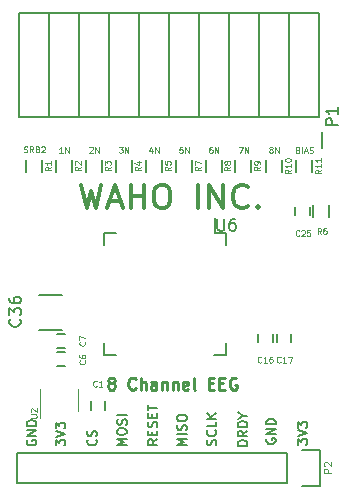
<source format=gbr>
G04 #@! TF.FileFunction,Legend,Top*
%FSLAX46Y46*%
G04 Gerber Fmt 4.6, Leading zero omitted, Abs format (unit mm)*
G04 Created by KiCad (PCBNEW 4.0.4-stable) date Wednesday, May 10, 2017 'PMt' 03:49:53 PM*
%MOMM*%
%LPD*%
G01*
G04 APERTURE LIST*
%ADD10C,0.100000*%
%ADD11C,0.080000*%
%ADD12C,0.250000*%
%ADD13C,0.150000*%
%ADD14C,0.300000*%
%ADD15C,0.120000*%
G04 APERTURE END LIST*
D10*
D11*
X57653146Y-40817646D02*
X57724575Y-40841455D01*
X57748384Y-40865265D01*
X57772194Y-40912884D01*
X57772194Y-40984312D01*
X57748384Y-41031931D01*
X57724575Y-41055741D01*
X57676956Y-41079550D01*
X57486480Y-41079550D01*
X57486480Y-40579550D01*
X57653146Y-40579550D01*
X57700765Y-40603360D01*
X57724575Y-40627170D01*
X57748384Y-40674789D01*
X57748384Y-40722408D01*
X57724575Y-40770027D01*
X57700765Y-40793836D01*
X57653146Y-40817646D01*
X57486480Y-40817646D01*
X57986480Y-41079550D02*
X57986480Y-40579550D01*
X58200765Y-40936693D02*
X58438860Y-40936693D01*
X58153146Y-41079550D02*
X58319813Y-40579550D01*
X58486479Y-41079550D01*
X58629336Y-41055741D02*
X58700765Y-41079550D01*
X58819812Y-41079550D01*
X58867431Y-41055741D01*
X58891241Y-41031931D01*
X58915050Y-40984312D01*
X58915050Y-40936693D01*
X58891241Y-40889074D01*
X58867431Y-40865265D01*
X58819812Y-40841455D01*
X58724574Y-40817646D01*
X58676955Y-40793836D01*
X58653146Y-40770027D01*
X58629336Y-40722408D01*
X58629336Y-40674789D01*
X58653146Y-40627170D01*
X58676955Y-40603360D01*
X58724574Y-40579550D01*
X58843622Y-40579550D01*
X58915050Y-40603360D01*
X55324096Y-40778596D02*
X55276477Y-40754787D01*
X55252668Y-40730977D01*
X55228858Y-40683358D01*
X55228858Y-40659549D01*
X55252668Y-40611930D01*
X55276477Y-40588120D01*
X55324096Y-40564310D01*
X55419334Y-40564310D01*
X55466953Y-40588120D01*
X55490763Y-40611930D01*
X55514572Y-40659549D01*
X55514572Y-40683358D01*
X55490763Y-40730977D01*
X55466953Y-40754787D01*
X55419334Y-40778596D01*
X55324096Y-40778596D01*
X55276477Y-40802406D01*
X55252668Y-40826215D01*
X55228858Y-40873834D01*
X55228858Y-40969072D01*
X55252668Y-41016691D01*
X55276477Y-41040501D01*
X55324096Y-41064310D01*
X55419334Y-41064310D01*
X55466953Y-41040501D01*
X55490763Y-41016691D01*
X55514572Y-40969072D01*
X55514572Y-40873834D01*
X55490763Y-40826215D01*
X55466953Y-40802406D01*
X55419334Y-40778596D01*
X55728858Y-41064310D02*
X55728858Y-40564310D01*
X56014572Y-41064310D01*
X56014572Y-40564310D01*
X52639649Y-40564310D02*
X52972982Y-40564310D01*
X52758696Y-41064310D01*
X53163458Y-41064310D02*
X53163458Y-40564310D01*
X53449172Y-41064310D01*
X53449172Y-40564310D01*
X50371713Y-40574470D02*
X50276475Y-40574470D01*
X50228856Y-40598280D01*
X50205047Y-40622090D01*
X50157428Y-40693518D01*
X50133618Y-40788756D01*
X50133618Y-40979232D01*
X50157428Y-41026851D01*
X50181237Y-41050661D01*
X50228856Y-41074470D01*
X50324094Y-41074470D01*
X50371713Y-41050661D01*
X50395523Y-41026851D01*
X50419332Y-40979232D01*
X50419332Y-40860185D01*
X50395523Y-40812566D01*
X50371713Y-40788756D01*
X50324094Y-40764947D01*
X50228856Y-40764947D01*
X50181237Y-40788756D01*
X50157428Y-40812566D01*
X50133618Y-40860185D01*
X50633618Y-41074470D02*
X50633618Y-40574470D01*
X50919332Y-41074470D01*
X50919332Y-40574470D01*
X47865683Y-40574470D02*
X47627588Y-40574470D01*
X47603778Y-40812566D01*
X47627588Y-40788756D01*
X47675207Y-40764947D01*
X47794254Y-40764947D01*
X47841873Y-40788756D01*
X47865683Y-40812566D01*
X47889492Y-40860185D01*
X47889492Y-40979232D01*
X47865683Y-41026851D01*
X47841873Y-41050661D01*
X47794254Y-41074470D01*
X47675207Y-41074470D01*
X47627588Y-41050661D01*
X47603778Y-41026851D01*
X48103778Y-41074470D02*
X48103778Y-40574470D01*
X48389492Y-41074470D01*
X48389492Y-40574470D01*
X45296793Y-40756377D02*
X45296793Y-41089710D01*
X45177746Y-40565901D02*
X45058698Y-40923044D01*
X45368222Y-40923044D01*
X45558698Y-41089710D02*
X45558698Y-40589710D01*
X45844412Y-41089710D01*
X45844412Y-40589710D01*
X42489809Y-40559230D02*
X42799332Y-40559230D01*
X42632666Y-40749707D01*
X42704094Y-40749707D01*
X42751713Y-40773516D01*
X42775523Y-40797326D01*
X42799332Y-40844945D01*
X42799332Y-40963992D01*
X42775523Y-41011611D01*
X42751713Y-41035421D01*
X42704094Y-41059230D01*
X42561237Y-41059230D01*
X42513618Y-41035421D01*
X42489809Y-41011611D01*
X43013618Y-41059230D02*
X43013618Y-40559230D01*
X43299332Y-41059230D01*
X43299332Y-40559230D01*
X39999018Y-40596690D02*
X40022828Y-40572880D01*
X40070447Y-40549070D01*
X40189494Y-40549070D01*
X40237113Y-40572880D01*
X40260923Y-40596690D01*
X40284732Y-40644309D01*
X40284732Y-40691928D01*
X40260923Y-40763356D01*
X39975209Y-41049070D01*
X40284732Y-41049070D01*
X40499018Y-41049070D02*
X40499018Y-40549070D01*
X40784732Y-41049070D01*
X40784732Y-40549070D01*
X37744732Y-41074470D02*
X37459018Y-41074470D01*
X37601875Y-41074470D02*
X37601875Y-40574470D01*
X37554256Y-40645899D01*
X37506637Y-40693518D01*
X37459018Y-40717328D01*
X37959018Y-41074470D02*
X37959018Y-40574470D01*
X38244732Y-41074470D01*
X38244732Y-40574470D01*
X34452988Y-40994781D02*
X34524417Y-41018590D01*
X34643464Y-41018590D01*
X34691083Y-40994781D01*
X34714893Y-40970971D01*
X34738702Y-40923352D01*
X34738702Y-40875733D01*
X34714893Y-40828114D01*
X34691083Y-40804305D01*
X34643464Y-40780495D01*
X34548226Y-40756686D01*
X34500607Y-40732876D01*
X34476798Y-40709067D01*
X34452988Y-40661448D01*
X34452988Y-40613829D01*
X34476798Y-40566210D01*
X34500607Y-40542400D01*
X34548226Y-40518590D01*
X34667274Y-40518590D01*
X34738702Y-40542400D01*
X35238702Y-41018590D02*
X35072035Y-40780495D01*
X34952988Y-41018590D02*
X34952988Y-40518590D01*
X35143464Y-40518590D01*
X35191083Y-40542400D01*
X35214892Y-40566210D01*
X35238702Y-40613829D01*
X35238702Y-40685257D01*
X35214892Y-40732876D01*
X35191083Y-40756686D01*
X35143464Y-40780495D01*
X34952988Y-40780495D01*
X35619654Y-40756686D02*
X35691083Y-40780495D01*
X35714892Y-40804305D01*
X35738702Y-40851924D01*
X35738702Y-40923352D01*
X35714892Y-40970971D01*
X35691083Y-40994781D01*
X35643464Y-41018590D01*
X35452988Y-41018590D01*
X35452988Y-40518590D01*
X35619654Y-40518590D01*
X35667273Y-40542400D01*
X35691083Y-40566210D01*
X35714892Y-40613829D01*
X35714892Y-40661448D01*
X35691083Y-40709067D01*
X35667273Y-40732876D01*
X35619654Y-40756686D01*
X35452988Y-40756686D01*
X35929178Y-40566210D02*
X35952988Y-40542400D01*
X36000607Y-40518590D01*
X36119654Y-40518590D01*
X36167273Y-40542400D01*
X36191083Y-40566210D01*
X36214892Y-40613829D01*
X36214892Y-40661448D01*
X36191083Y-40732876D01*
X35905369Y-41018590D01*
X36214892Y-41018590D01*
D12*
X41761114Y-60541232D02*
X41665876Y-60493613D01*
X41618257Y-60445994D01*
X41570638Y-60350756D01*
X41570638Y-60303137D01*
X41618257Y-60207899D01*
X41665876Y-60160280D01*
X41761114Y-60112661D01*
X41951591Y-60112661D01*
X42046829Y-60160280D01*
X42094448Y-60207899D01*
X42142067Y-60303137D01*
X42142067Y-60350756D01*
X42094448Y-60445994D01*
X42046829Y-60493613D01*
X41951591Y-60541232D01*
X41761114Y-60541232D01*
X41665876Y-60588851D01*
X41618257Y-60636470D01*
X41570638Y-60731709D01*
X41570638Y-60922185D01*
X41618257Y-61017423D01*
X41665876Y-61065042D01*
X41761114Y-61112661D01*
X41951591Y-61112661D01*
X42046829Y-61065042D01*
X42094448Y-61017423D01*
X42142067Y-60922185D01*
X42142067Y-60731709D01*
X42094448Y-60636470D01*
X42046829Y-60588851D01*
X41951591Y-60541232D01*
X43903972Y-61017423D02*
X43856353Y-61065042D01*
X43713496Y-61112661D01*
X43618258Y-61112661D01*
X43475400Y-61065042D01*
X43380162Y-60969804D01*
X43332543Y-60874566D01*
X43284924Y-60684090D01*
X43284924Y-60541232D01*
X43332543Y-60350756D01*
X43380162Y-60255518D01*
X43475400Y-60160280D01*
X43618258Y-60112661D01*
X43713496Y-60112661D01*
X43856353Y-60160280D01*
X43903972Y-60207899D01*
X44332543Y-61112661D02*
X44332543Y-60112661D01*
X44761115Y-61112661D02*
X44761115Y-60588851D01*
X44713496Y-60493613D01*
X44618258Y-60445994D01*
X44475400Y-60445994D01*
X44380162Y-60493613D01*
X44332543Y-60541232D01*
X45665877Y-61112661D02*
X45665877Y-60588851D01*
X45618258Y-60493613D01*
X45523020Y-60445994D01*
X45332543Y-60445994D01*
X45237305Y-60493613D01*
X45665877Y-61065042D02*
X45570639Y-61112661D01*
X45332543Y-61112661D01*
X45237305Y-61065042D01*
X45189686Y-60969804D01*
X45189686Y-60874566D01*
X45237305Y-60779328D01*
X45332543Y-60731709D01*
X45570639Y-60731709D01*
X45665877Y-60684090D01*
X46142067Y-60445994D02*
X46142067Y-61112661D01*
X46142067Y-60541232D02*
X46189686Y-60493613D01*
X46284924Y-60445994D01*
X46427782Y-60445994D01*
X46523020Y-60493613D01*
X46570639Y-60588851D01*
X46570639Y-61112661D01*
X47046829Y-60445994D02*
X47046829Y-61112661D01*
X47046829Y-60541232D02*
X47094448Y-60493613D01*
X47189686Y-60445994D01*
X47332544Y-60445994D01*
X47427782Y-60493613D01*
X47475401Y-60588851D01*
X47475401Y-61112661D01*
X48332544Y-61065042D02*
X48237306Y-61112661D01*
X48046829Y-61112661D01*
X47951591Y-61065042D01*
X47903972Y-60969804D01*
X47903972Y-60588851D01*
X47951591Y-60493613D01*
X48046829Y-60445994D01*
X48237306Y-60445994D01*
X48332544Y-60493613D01*
X48380163Y-60588851D01*
X48380163Y-60684090D01*
X47903972Y-60779328D01*
X48951591Y-61112661D02*
X48856353Y-61065042D01*
X48808734Y-60969804D01*
X48808734Y-60112661D01*
X50094449Y-60588851D02*
X50427783Y-60588851D01*
X50570640Y-61112661D02*
X50094449Y-61112661D01*
X50094449Y-60112661D01*
X50570640Y-60112661D01*
X50999211Y-60588851D02*
X51332545Y-60588851D01*
X51475402Y-61112661D02*
X50999211Y-61112661D01*
X50999211Y-60112661D01*
X51475402Y-60112661D01*
X52427783Y-60160280D02*
X52332545Y-60112661D01*
X52189688Y-60112661D01*
X52046830Y-60160280D01*
X51951592Y-60255518D01*
X51903973Y-60350756D01*
X51856354Y-60541232D01*
X51856354Y-60684090D01*
X51903973Y-60874566D01*
X51951592Y-60969804D01*
X52046830Y-61065042D01*
X52189688Y-61112661D01*
X52284926Y-61112661D01*
X52427783Y-61065042D01*
X52475402Y-61017423D01*
X52475402Y-60684090D01*
X52284926Y-60684090D01*
D13*
X40537094Y-65345293D02*
X40575190Y-65383388D01*
X40613285Y-65497674D01*
X40613285Y-65573864D01*
X40575190Y-65688150D01*
X40498999Y-65764341D01*
X40422809Y-65802436D01*
X40270428Y-65840531D01*
X40156142Y-65840531D01*
X40003761Y-65802436D01*
X39927570Y-65764341D01*
X39851380Y-65688150D01*
X39813285Y-65573864D01*
X39813285Y-65497674D01*
X39851380Y-65383388D01*
X39889475Y-65345293D01*
X40575190Y-65040531D02*
X40613285Y-64926245D01*
X40613285Y-64735769D01*
X40575190Y-64659579D01*
X40537094Y-64621483D01*
X40460904Y-64583388D01*
X40384713Y-64583388D01*
X40308523Y-64621483D01*
X40270428Y-64659579D01*
X40232332Y-64735769D01*
X40194237Y-64888150D01*
X40156142Y-64964341D01*
X40118047Y-65002436D01*
X40041856Y-65040531D01*
X39965666Y-65040531D01*
X39889475Y-65002436D01*
X39851380Y-64964341D01*
X39813285Y-64888150D01*
X39813285Y-64697674D01*
X39851380Y-64583388D01*
X43138045Y-65813783D02*
X42338045Y-65813783D01*
X42909473Y-65547116D01*
X42338045Y-65280449D01*
X43138045Y-65280449D01*
X42338045Y-64747116D02*
X42338045Y-64594735D01*
X42376140Y-64518544D01*
X42452330Y-64442354D01*
X42604711Y-64404259D01*
X42871378Y-64404259D01*
X43023759Y-64442354D01*
X43099950Y-64518544D01*
X43138045Y-64594735D01*
X43138045Y-64747116D01*
X43099950Y-64823306D01*
X43023759Y-64899497D01*
X42871378Y-64937592D01*
X42604711Y-64937592D01*
X42452330Y-64899497D01*
X42376140Y-64823306D01*
X42338045Y-64747116D01*
X43099950Y-64099497D02*
X43138045Y-63985211D01*
X43138045Y-63794735D01*
X43099950Y-63718545D01*
X43061854Y-63680449D01*
X42985664Y-63642354D01*
X42909473Y-63642354D01*
X42833283Y-63680449D01*
X42795188Y-63718545D01*
X42757092Y-63794735D01*
X42718997Y-63947116D01*
X42680902Y-64023307D01*
X42642807Y-64061402D01*
X42566616Y-64099497D01*
X42490426Y-64099497D01*
X42414235Y-64061402D01*
X42376140Y-64023307D01*
X42338045Y-63947116D01*
X42338045Y-63756640D01*
X42376140Y-63642354D01*
X43138045Y-63299497D02*
X42338045Y-63299497D01*
X48218045Y-65813783D02*
X47418045Y-65813783D01*
X47989473Y-65547116D01*
X47418045Y-65280449D01*
X48218045Y-65280449D01*
X48218045Y-64899497D02*
X47418045Y-64899497D01*
X48179950Y-64556640D02*
X48218045Y-64442354D01*
X48218045Y-64251878D01*
X48179950Y-64175688D01*
X48141854Y-64137592D01*
X48065664Y-64099497D01*
X47989473Y-64099497D01*
X47913283Y-64137592D01*
X47875188Y-64175688D01*
X47837092Y-64251878D01*
X47798997Y-64404259D01*
X47760902Y-64480450D01*
X47722807Y-64518545D01*
X47646616Y-64556640D01*
X47570426Y-64556640D01*
X47494235Y-64518545D01*
X47456140Y-64480450D01*
X47418045Y-64404259D01*
X47418045Y-64213783D01*
X47456140Y-64099497D01*
X47418045Y-63604259D02*
X47418045Y-63451878D01*
X47456140Y-63375687D01*
X47532330Y-63299497D01*
X47684711Y-63261402D01*
X47951378Y-63261402D01*
X48103759Y-63299497D01*
X48179950Y-63375687D01*
X48218045Y-63451878D01*
X48218045Y-63604259D01*
X48179950Y-63680449D01*
X48103759Y-63756640D01*
X47951378Y-63794735D01*
X47684711Y-63794735D01*
X47532330Y-63756640D01*
X47456140Y-63680449D01*
X47418045Y-63604259D01*
X50699630Y-65812501D02*
X50737725Y-65698215D01*
X50737725Y-65507739D01*
X50699630Y-65431549D01*
X50661534Y-65393453D01*
X50585344Y-65355358D01*
X50509153Y-65355358D01*
X50432963Y-65393453D01*
X50394868Y-65431549D01*
X50356772Y-65507739D01*
X50318677Y-65660120D01*
X50280582Y-65736311D01*
X50242487Y-65774406D01*
X50166296Y-65812501D01*
X50090106Y-65812501D01*
X50013915Y-65774406D01*
X49975820Y-65736311D01*
X49937725Y-65660120D01*
X49937725Y-65469644D01*
X49975820Y-65355358D01*
X50661534Y-64555358D02*
X50699630Y-64593453D01*
X50737725Y-64707739D01*
X50737725Y-64783929D01*
X50699630Y-64898215D01*
X50623439Y-64974406D01*
X50547249Y-65012501D01*
X50394868Y-65050596D01*
X50280582Y-65050596D01*
X50128201Y-65012501D01*
X50052010Y-64974406D01*
X49975820Y-64898215D01*
X49937725Y-64783929D01*
X49937725Y-64707739D01*
X49975820Y-64593453D01*
X50013915Y-64555358D01*
X50737725Y-63831548D02*
X50737725Y-64212501D01*
X49937725Y-64212501D01*
X50737725Y-63564882D02*
X49937725Y-63564882D01*
X50737725Y-63107739D02*
X50280582Y-63450596D01*
X49937725Y-63107739D02*
X50394868Y-63564882D01*
X53364085Y-65868381D02*
X52564085Y-65868381D01*
X52564085Y-65677905D01*
X52602180Y-65563619D01*
X52678370Y-65487428D01*
X52754561Y-65449333D01*
X52906942Y-65411238D01*
X53021228Y-65411238D01*
X53173609Y-65449333D01*
X53249799Y-65487428D01*
X53325990Y-65563619D01*
X53364085Y-65677905D01*
X53364085Y-65868381D01*
X53364085Y-64611238D02*
X52983132Y-64877905D01*
X53364085Y-65068381D02*
X52564085Y-65068381D01*
X52564085Y-64763619D01*
X52602180Y-64687428D01*
X52640275Y-64649333D01*
X52716466Y-64611238D01*
X52830751Y-64611238D01*
X52906942Y-64649333D01*
X52945037Y-64687428D01*
X52983132Y-64763619D01*
X52983132Y-65068381D01*
X53364085Y-64268381D02*
X52564085Y-64268381D01*
X52564085Y-64077905D01*
X52602180Y-63963619D01*
X52678370Y-63887428D01*
X52754561Y-63849333D01*
X52906942Y-63811238D01*
X53021228Y-63811238D01*
X53173609Y-63849333D01*
X53249799Y-63887428D01*
X53325990Y-63963619D01*
X53364085Y-64077905D01*
X53364085Y-64268381D01*
X52983132Y-63316000D02*
X53364085Y-63316000D01*
X52564085Y-63582667D02*
X52983132Y-63316000D01*
X52564085Y-63049333D01*
X54999940Y-65267763D02*
X54961845Y-65343954D01*
X54961845Y-65458239D01*
X54999940Y-65572525D01*
X55076130Y-65648716D01*
X55152321Y-65686811D01*
X55304702Y-65724906D01*
X55418988Y-65724906D01*
X55571369Y-65686811D01*
X55647559Y-65648716D01*
X55723750Y-65572525D01*
X55761845Y-65458239D01*
X55761845Y-65382049D01*
X55723750Y-65267763D01*
X55685654Y-65229668D01*
X55418988Y-65229668D01*
X55418988Y-65382049D01*
X55761845Y-64886811D02*
X54961845Y-64886811D01*
X55761845Y-64429668D01*
X54961845Y-64429668D01*
X55761845Y-64048716D02*
X54961845Y-64048716D01*
X54961845Y-63858240D01*
X54999940Y-63743954D01*
X55076130Y-63667763D01*
X55152321Y-63629668D01*
X55304702Y-63591573D01*
X55418988Y-63591573D01*
X55571369Y-63629668D01*
X55647559Y-63667763D01*
X55723750Y-63743954D01*
X55761845Y-63858240D01*
X55761845Y-64048716D01*
X45718685Y-65312145D02*
X45337732Y-65578812D01*
X45718685Y-65769288D02*
X44918685Y-65769288D01*
X44918685Y-65464526D01*
X44956780Y-65388335D01*
X44994875Y-65350240D01*
X45071066Y-65312145D01*
X45185351Y-65312145D01*
X45261542Y-65350240D01*
X45299637Y-65388335D01*
X45337732Y-65464526D01*
X45337732Y-65769288D01*
X45299637Y-64969288D02*
X45299637Y-64702621D01*
X45718685Y-64588335D02*
X45718685Y-64969288D01*
X44918685Y-64969288D01*
X44918685Y-64588335D01*
X45680590Y-64283573D02*
X45718685Y-64169287D01*
X45718685Y-63978811D01*
X45680590Y-63902621D01*
X45642494Y-63864525D01*
X45566304Y-63826430D01*
X45490113Y-63826430D01*
X45413923Y-63864525D01*
X45375828Y-63902621D01*
X45337732Y-63978811D01*
X45299637Y-64131192D01*
X45261542Y-64207383D01*
X45223447Y-64245478D01*
X45147256Y-64283573D01*
X45071066Y-64283573D01*
X44994875Y-64245478D01*
X44956780Y-64207383D01*
X44918685Y-64131192D01*
X44918685Y-63940716D01*
X44956780Y-63826430D01*
X45299637Y-63483573D02*
X45299637Y-63216906D01*
X45718685Y-63102620D02*
X45718685Y-63483573D01*
X44918685Y-63483573D01*
X44918685Y-63102620D01*
X44918685Y-62874049D02*
X44918685Y-62416906D01*
X45718685Y-62645477D02*
X44918685Y-62645477D01*
X34715500Y-65379523D02*
X34677405Y-65455714D01*
X34677405Y-65569999D01*
X34715500Y-65684285D01*
X34791690Y-65760476D01*
X34867881Y-65798571D01*
X35020262Y-65836666D01*
X35134548Y-65836666D01*
X35286929Y-65798571D01*
X35363119Y-65760476D01*
X35439310Y-65684285D01*
X35477405Y-65569999D01*
X35477405Y-65493809D01*
X35439310Y-65379523D01*
X35401214Y-65341428D01*
X35134548Y-65341428D01*
X35134548Y-65493809D01*
X35477405Y-64998571D02*
X34677405Y-64998571D01*
X35477405Y-64541428D01*
X34677405Y-64541428D01*
X35477405Y-64160476D02*
X34677405Y-64160476D01*
X34677405Y-63970000D01*
X34715500Y-63855714D01*
X34791690Y-63779523D01*
X34867881Y-63741428D01*
X35020262Y-63703333D01*
X35134548Y-63703333D01*
X35286929Y-63741428D01*
X35363119Y-63779523D01*
X35439310Y-63855714D01*
X35477405Y-63970000D01*
X35477405Y-64160476D01*
X37141205Y-65841756D02*
X37141205Y-65346518D01*
X37445967Y-65613185D01*
X37445967Y-65498899D01*
X37484062Y-65422709D01*
X37522157Y-65384613D01*
X37598348Y-65346518D01*
X37788824Y-65346518D01*
X37865014Y-65384613D01*
X37903110Y-65422709D01*
X37941205Y-65498899D01*
X37941205Y-65727471D01*
X37903110Y-65803661D01*
X37865014Y-65841756D01*
X37141205Y-65117947D02*
X37941205Y-64851280D01*
X37141205Y-64584613D01*
X37141205Y-64394137D02*
X37141205Y-63898899D01*
X37445967Y-64165566D01*
X37445967Y-64051280D01*
X37484062Y-63975090D01*
X37522157Y-63936994D01*
X37598348Y-63898899D01*
X37788824Y-63898899D01*
X37865014Y-63936994D01*
X37903110Y-63975090D01*
X37941205Y-64051280D01*
X37941205Y-64279852D01*
X37903110Y-64356042D01*
X37865014Y-64394137D01*
X57628845Y-65775716D02*
X57628845Y-65280478D01*
X57933607Y-65547145D01*
X57933607Y-65432859D01*
X57971702Y-65356669D01*
X58009797Y-65318573D01*
X58085988Y-65280478D01*
X58276464Y-65280478D01*
X58352654Y-65318573D01*
X58390750Y-65356669D01*
X58428845Y-65432859D01*
X58428845Y-65661431D01*
X58390750Y-65737621D01*
X58352654Y-65775716D01*
X57628845Y-65051907D02*
X58428845Y-64785240D01*
X57628845Y-64518573D01*
X57628845Y-64328097D02*
X57628845Y-63832859D01*
X57933607Y-64099526D01*
X57933607Y-63985240D01*
X57971702Y-63909050D01*
X58009797Y-63870954D01*
X58085988Y-63832859D01*
X58276464Y-63832859D01*
X58352654Y-63870954D01*
X58390750Y-63909050D01*
X58428845Y-63985240D01*
X58428845Y-64213812D01*
X58390750Y-64290002D01*
X58352654Y-64328097D01*
D14*
X39294111Y-43751002D02*
X39770302Y-45751002D01*
X40151254Y-44322430D01*
X40532207Y-45751002D01*
X41008397Y-43751002D01*
X41675063Y-45179573D02*
X42627444Y-45179573D01*
X41484587Y-45751002D02*
X42151254Y-43751002D01*
X42817921Y-45751002D01*
X43484587Y-45751002D02*
X43484587Y-43751002D01*
X43484587Y-44703383D02*
X44627445Y-44703383D01*
X44627445Y-45751002D02*
X44627445Y-43751002D01*
X45960778Y-43751002D02*
X46341730Y-43751002D01*
X46532206Y-43846240D01*
X46722683Y-44036716D01*
X46817921Y-44417669D01*
X46817921Y-45084335D01*
X46722683Y-45465288D01*
X46532206Y-45655764D01*
X46341730Y-45751002D01*
X45960778Y-45751002D01*
X45770302Y-45655764D01*
X45579825Y-45465288D01*
X45484587Y-45084335D01*
X45484587Y-44417669D01*
X45579825Y-44036716D01*
X45770302Y-43846240D01*
X45960778Y-43751002D01*
X49198873Y-45751002D02*
X49198873Y-43751002D01*
X50151254Y-45751002D02*
X50151254Y-43751002D01*
X51294112Y-45751002D01*
X51294112Y-43751002D01*
X53389350Y-45560526D02*
X53294112Y-45655764D01*
X53008397Y-45751002D01*
X52817921Y-45751002D01*
X52532207Y-45655764D01*
X52341731Y-45465288D01*
X52246492Y-45274811D01*
X52151254Y-44893859D01*
X52151254Y-44608145D01*
X52246492Y-44227192D01*
X52341731Y-44036716D01*
X52532207Y-43846240D01*
X52817921Y-43751002D01*
X53008397Y-43751002D01*
X53294112Y-43846240D01*
X53389350Y-43941478D01*
X54246492Y-45560526D02*
X54341731Y-45655764D01*
X54246492Y-45751002D01*
X54151254Y-45655764D01*
X54246492Y-45560526D01*
X54246492Y-45751002D01*
D13*
X41630600Y-29193800D02*
X41630600Y-38023800D01*
X44170600Y-29193800D02*
X41630600Y-29193800D01*
X44170600Y-38023800D02*
X41630600Y-38023800D01*
X41630600Y-38023800D02*
X39090600Y-38023800D01*
X41630600Y-29193800D02*
X39090600Y-29193800D01*
X39090600Y-29193800D02*
X39090600Y-38023800D01*
X36550600Y-29193800D02*
X36550600Y-38023800D01*
X39090600Y-29193800D02*
X36550600Y-29193800D01*
X39090600Y-38023800D02*
X36550600Y-38023800D01*
X36550600Y-38023800D02*
X34010600Y-38023800D01*
X36550600Y-29193800D02*
X34010600Y-29193800D01*
X34010600Y-29193800D02*
X34010600Y-38023800D01*
X44170600Y-29193800D02*
X44170600Y-38023800D01*
X46710600Y-29193800D02*
X44170600Y-29193800D01*
X46710600Y-38023800D02*
X44170600Y-38023800D01*
X49250600Y-38023800D02*
X46710600Y-38023800D01*
X49250600Y-29193800D02*
X46710600Y-29193800D01*
X46710600Y-29193800D02*
X46710600Y-38023800D01*
X49250600Y-29193800D02*
X49250600Y-38023800D01*
X51790600Y-29193800D02*
X49250600Y-29193800D01*
X51790600Y-38023800D02*
X49250600Y-38023800D01*
X54330600Y-38023800D02*
X51790600Y-38023800D01*
X54330600Y-29193800D02*
X51790600Y-29193800D01*
X51790600Y-29193800D02*
X51790600Y-38023800D01*
X54330600Y-29193800D02*
X54330600Y-38023800D01*
X56870600Y-29193800D02*
X54330600Y-29193800D01*
X56870600Y-38023800D02*
X56870600Y-29193800D01*
X56870600Y-38023800D02*
X54330600Y-38023800D01*
X59410600Y-38023800D02*
X56870600Y-38023800D01*
X59690600Y-40693800D02*
X59690600Y-39293800D01*
X59410600Y-38023800D02*
X59410600Y-29193800D01*
X59410600Y-29193800D02*
X56870600Y-29193800D01*
X56870600Y-29193800D02*
X56870600Y-38023800D01*
X41298420Y-62113680D02*
X41298420Y-62813680D01*
X40098420Y-62813680D02*
X40098420Y-62113680D01*
X37929300Y-59134300D02*
X37229300Y-59134300D01*
X37229300Y-57934300D02*
X37929300Y-57934300D01*
X37929300Y-57584900D02*
X37229300Y-57584900D01*
X37229300Y-56384900D02*
X37929300Y-56384900D01*
X54297020Y-57088520D02*
X54297020Y-56388520D01*
X55497020Y-56388520D02*
X55497020Y-57088520D01*
X55897220Y-57088520D02*
X55897220Y-56388520D01*
X57097220Y-56388520D02*
X57097220Y-57088520D01*
X58639000Y-45662100D02*
X58639000Y-46362100D01*
X57439000Y-46362100D02*
X57439000Y-45662100D01*
X35690300Y-56046900D02*
X37690300Y-56046900D01*
X37690300Y-53096900D02*
X35690300Y-53096900D01*
X56692800Y-66471800D02*
X33832800Y-66471800D01*
X33832800Y-66471800D02*
X33832800Y-69011800D01*
X33832800Y-69011800D02*
X56692800Y-69011800D01*
X59512800Y-66191800D02*
X57962800Y-66191800D01*
X56692800Y-66471800D02*
X56692800Y-69011800D01*
X57962800Y-69291800D02*
X59512800Y-69291800D01*
X59512800Y-69291800D02*
X59512800Y-66191800D01*
X35981000Y-41689400D02*
X35981000Y-42689400D01*
X34631000Y-42689400D02*
X34631000Y-41689400D01*
X38495600Y-41664000D02*
X38495600Y-42664000D01*
X37145600Y-42664000D02*
X37145600Y-41664000D01*
X41035600Y-41664000D02*
X41035600Y-42664000D01*
X39685600Y-42664000D02*
X39685600Y-41664000D01*
X43575600Y-41664000D02*
X43575600Y-42664000D01*
X42225600Y-42664000D02*
X42225600Y-41664000D01*
X46115600Y-41664000D02*
X46115600Y-42664000D01*
X44765600Y-42664000D02*
X44765600Y-41664000D01*
X58964200Y-46512100D02*
X58964200Y-45512100D01*
X60314200Y-45512100D02*
X60314200Y-46512100D01*
X48655600Y-41664000D02*
X48655600Y-42664000D01*
X47305600Y-42664000D02*
X47305600Y-41664000D01*
X51195600Y-41664000D02*
X51195600Y-42664000D01*
X49845600Y-42664000D02*
X49845600Y-41664000D01*
X53710200Y-41664000D02*
X53710200Y-42664000D01*
X52360200Y-42664000D02*
X52360200Y-41664000D01*
X56301000Y-41664000D02*
X56301000Y-42664000D01*
X54951000Y-42664000D02*
X54951000Y-41664000D01*
X58815600Y-41664000D02*
X58815600Y-42664000D01*
X57465600Y-42664000D02*
X57465600Y-41664000D01*
D15*
X39047060Y-62891240D02*
X39047060Y-61091240D01*
X35827060Y-61091240D02*
X35827060Y-63541240D01*
D13*
X51555400Y-47860200D02*
X50605400Y-47860200D01*
X51555400Y-58210200D02*
X50505400Y-58210200D01*
X41205400Y-58210200D02*
X42255400Y-58210200D01*
X41205400Y-47860200D02*
X42255400Y-47860200D01*
X51555400Y-47860200D02*
X51555400Y-48910200D01*
X41205400Y-47860200D02*
X41205400Y-48910200D01*
X41205400Y-58210200D02*
X41205400Y-57160200D01*
X51555400Y-58210200D02*
X51555400Y-57160200D01*
X50605400Y-47860200D02*
X50605400Y-46585200D01*
X61003441Y-38726335D02*
X60003441Y-38726335D01*
X60003441Y-38345382D01*
X60051060Y-38250144D01*
X60098679Y-38202525D01*
X60193917Y-38154906D01*
X60336774Y-38154906D01*
X60432012Y-38202525D01*
X60479631Y-38250144D01*
X60527250Y-38345382D01*
X60527250Y-38726335D01*
X61003441Y-37202525D02*
X61003441Y-37773954D01*
X61003441Y-37488240D02*
X60003441Y-37488240D01*
X60146298Y-37583478D01*
X60241536Y-37678716D01*
X60289155Y-37773954D01*
D11*
X40615087Y-60813451D02*
X40591277Y-60837261D01*
X40519849Y-60861070D01*
X40472230Y-60861070D01*
X40400801Y-60837261D01*
X40353182Y-60789642D01*
X40329373Y-60742023D01*
X40305563Y-60646785D01*
X40305563Y-60575356D01*
X40329373Y-60480118D01*
X40353182Y-60432499D01*
X40400801Y-60384880D01*
X40472230Y-60361070D01*
X40519849Y-60361070D01*
X40591277Y-60384880D01*
X40615087Y-60408690D01*
X41091277Y-60861070D02*
X40805563Y-60861070D01*
X40948420Y-60861070D02*
X40948420Y-60361070D01*
X40900801Y-60432499D01*
X40853182Y-60480118D01*
X40805563Y-60503928D01*
X39586671Y-58643033D02*
X39610481Y-58666843D01*
X39634290Y-58738271D01*
X39634290Y-58785890D01*
X39610481Y-58857319D01*
X39562862Y-58904938D01*
X39515243Y-58928747D01*
X39420005Y-58952557D01*
X39348576Y-58952557D01*
X39253338Y-58928747D01*
X39205719Y-58904938D01*
X39158100Y-58857319D01*
X39134290Y-58785890D01*
X39134290Y-58738271D01*
X39158100Y-58666843D01*
X39181910Y-58643033D01*
X39134290Y-58214462D02*
X39134290Y-58309700D01*
X39158100Y-58357319D01*
X39181910Y-58381128D01*
X39253338Y-58428747D01*
X39348576Y-58452557D01*
X39539052Y-58452557D01*
X39586671Y-58428747D01*
X39610481Y-58404938D01*
X39634290Y-58357319D01*
X39634290Y-58262081D01*
X39610481Y-58214462D01*
X39586671Y-58190652D01*
X39539052Y-58166843D01*
X39420005Y-58166843D01*
X39372386Y-58190652D01*
X39348576Y-58214462D01*
X39324767Y-58262081D01*
X39324767Y-58357319D01*
X39348576Y-58404938D01*
X39372386Y-58428747D01*
X39420005Y-58452557D01*
X39586671Y-57068233D02*
X39610481Y-57092043D01*
X39634290Y-57163471D01*
X39634290Y-57211090D01*
X39610481Y-57282519D01*
X39562862Y-57330138D01*
X39515243Y-57353947D01*
X39420005Y-57377757D01*
X39348576Y-57377757D01*
X39253338Y-57353947D01*
X39205719Y-57330138D01*
X39158100Y-57282519D01*
X39134290Y-57211090D01*
X39134290Y-57163471D01*
X39158100Y-57092043D01*
X39181910Y-57068233D01*
X39134290Y-56901566D02*
X39134290Y-56568233D01*
X39634290Y-56782519D01*
X54550192Y-58771291D02*
X54526382Y-58795101D01*
X54454954Y-58818910D01*
X54407335Y-58818910D01*
X54335906Y-58795101D01*
X54288287Y-58747482D01*
X54264478Y-58699863D01*
X54240668Y-58604625D01*
X54240668Y-58533196D01*
X54264478Y-58437958D01*
X54288287Y-58390339D01*
X54335906Y-58342720D01*
X54407335Y-58318910D01*
X54454954Y-58318910D01*
X54526382Y-58342720D01*
X54550192Y-58366530D01*
X55026382Y-58818910D02*
X54740668Y-58818910D01*
X54883525Y-58818910D02*
X54883525Y-58318910D01*
X54835906Y-58390339D01*
X54788287Y-58437958D01*
X54740668Y-58461768D01*
X55454953Y-58318910D02*
X55359715Y-58318910D01*
X55312096Y-58342720D01*
X55288287Y-58366530D01*
X55240668Y-58437958D01*
X55216858Y-58533196D01*
X55216858Y-58723672D01*
X55240668Y-58771291D01*
X55264477Y-58795101D01*
X55312096Y-58818910D01*
X55407334Y-58818910D01*
X55454953Y-58795101D01*
X55478763Y-58771291D01*
X55502572Y-58723672D01*
X55502572Y-58604625D01*
X55478763Y-58557006D01*
X55454953Y-58533196D01*
X55407334Y-58509387D01*
X55312096Y-58509387D01*
X55264477Y-58533196D01*
X55240668Y-58557006D01*
X55216858Y-58604625D01*
X56175792Y-58771291D02*
X56151982Y-58795101D01*
X56080554Y-58818910D01*
X56032935Y-58818910D01*
X55961506Y-58795101D01*
X55913887Y-58747482D01*
X55890078Y-58699863D01*
X55866268Y-58604625D01*
X55866268Y-58533196D01*
X55890078Y-58437958D01*
X55913887Y-58390339D01*
X55961506Y-58342720D01*
X56032935Y-58318910D01*
X56080554Y-58318910D01*
X56151982Y-58342720D01*
X56175792Y-58366530D01*
X56651982Y-58818910D02*
X56366268Y-58818910D01*
X56509125Y-58818910D02*
X56509125Y-58318910D01*
X56461506Y-58390339D01*
X56413887Y-58437958D01*
X56366268Y-58461768D01*
X56818649Y-58318910D02*
X57151982Y-58318910D01*
X56937696Y-58818910D01*
X57755672Y-48057571D02*
X57731862Y-48081381D01*
X57660434Y-48105190D01*
X57612815Y-48105190D01*
X57541386Y-48081381D01*
X57493767Y-48033762D01*
X57469958Y-47986143D01*
X57446148Y-47890905D01*
X57446148Y-47819476D01*
X57469958Y-47724238D01*
X57493767Y-47676619D01*
X57541386Y-47629000D01*
X57612815Y-47605190D01*
X57660434Y-47605190D01*
X57731862Y-47629000D01*
X57755672Y-47652810D01*
X57946148Y-47652810D02*
X57969958Y-47629000D01*
X58017577Y-47605190D01*
X58136624Y-47605190D01*
X58184243Y-47629000D01*
X58208053Y-47652810D01*
X58231862Y-47700429D01*
X58231862Y-47748048D01*
X58208053Y-47819476D01*
X57922339Y-48105190D01*
X58231862Y-48105190D01*
X58684243Y-47605190D02*
X58446148Y-47605190D01*
X58422338Y-47843286D01*
X58446148Y-47819476D01*
X58493767Y-47795667D01*
X58612814Y-47795667D01*
X58660433Y-47819476D01*
X58684243Y-47843286D01*
X58708052Y-47890905D01*
X58708052Y-48009952D01*
X58684243Y-48057571D01*
X58660433Y-48081381D01*
X58612814Y-48105190D01*
X58493767Y-48105190D01*
X58446148Y-48081381D01*
X58422338Y-48057571D01*
D13*
X34101043Y-55151257D02*
X34148662Y-55198876D01*
X34196281Y-55341733D01*
X34196281Y-55436971D01*
X34148662Y-55579829D01*
X34053424Y-55675067D01*
X33958186Y-55722686D01*
X33767710Y-55770305D01*
X33624852Y-55770305D01*
X33434376Y-55722686D01*
X33339138Y-55675067D01*
X33243900Y-55579829D01*
X33196281Y-55436971D01*
X33196281Y-55341733D01*
X33243900Y-55198876D01*
X33291519Y-55151257D01*
X33196281Y-54817924D02*
X33196281Y-54198876D01*
X33577233Y-54532210D01*
X33577233Y-54389352D01*
X33624852Y-54294114D01*
X33672471Y-54246495D01*
X33767710Y-54198876D01*
X34005805Y-54198876D01*
X34101043Y-54246495D01*
X34148662Y-54294114D01*
X34196281Y-54389352D01*
X34196281Y-54675067D01*
X34148662Y-54770305D01*
X34101043Y-54817924D01*
X33196281Y-53341733D02*
X33196281Y-53532210D01*
X33243900Y-53627448D01*
X33291519Y-53675067D01*
X33434376Y-53770305D01*
X33624852Y-53817924D01*
X34005805Y-53817924D01*
X34101043Y-53770305D01*
X34148662Y-53722686D01*
X34196281Y-53627448D01*
X34196281Y-53436971D01*
X34148662Y-53341733D01*
X34101043Y-53294114D01*
X34005805Y-53246495D01*
X33767710Y-53246495D01*
X33672471Y-53294114D01*
X33624852Y-53341733D01*
X33577233Y-53436971D01*
X33577233Y-53627448D01*
X33624852Y-53722686D01*
X33672471Y-53770305D01*
X33767710Y-53817924D01*
D10*
X60456729Y-68159257D02*
X59856729Y-68159257D01*
X59856729Y-67930685D01*
X59885300Y-67873543D01*
X59913871Y-67844971D01*
X59971014Y-67816400D01*
X60056729Y-67816400D01*
X60113871Y-67844971D01*
X60142443Y-67873543D01*
X60171014Y-67930685D01*
X60171014Y-68159257D01*
X59913871Y-67587828D02*
X59885300Y-67559257D01*
X59856729Y-67502114D01*
X59856729Y-67359257D01*
X59885300Y-67302114D01*
X59913871Y-67273543D01*
X59971014Y-67244971D01*
X60028157Y-67244971D01*
X60113871Y-67273543D01*
X60456729Y-67616400D01*
X60456729Y-67244971D01*
D11*
X36751390Y-42247333D02*
X36513295Y-42414000D01*
X36751390Y-42533047D02*
X36251390Y-42533047D01*
X36251390Y-42342571D01*
X36275200Y-42294952D01*
X36299010Y-42271143D01*
X36346629Y-42247333D01*
X36418057Y-42247333D01*
X36465676Y-42271143D01*
X36489486Y-42294952D01*
X36513295Y-42342571D01*
X36513295Y-42533047D01*
X36751390Y-41771143D02*
X36751390Y-42056857D01*
X36751390Y-41914000D02*
X36251390Y-41914000D01*
X36322819Y-41961619D01*
X36370438Y-42009238D01*
X36394248Y-42056857D01*
X39240590Y-42247333D02*
X39002495Y-42414000D01*
X39240590Y-42533047D02*
X38740590Y-42533047D01*
X38740590Y-42342571D01*
X38764400Y-42294952D01*
X38788210Y-42271143D01*
X38835829Y-42247333D01*
X38907257Y-42247333D01*
X38954876Y-42271143D01*
X38978686Y-42294952D01*
X39002495Y-42342571D01*
X39002495Y-42533047D01*
X38788210Y-42056857D02*
X38764400Y-42033047D01*
X38740590Y-41985428D01*
X38740590Y-41866381D01*
X38764400Y-41818762D01*
X38788210Y-41794952D01*
X38835829Y-41771143D01*
X38883448Y-41771143D01*
X38954876Y-41794952D01*
X39240590Y-42080666D01*
X39240590Y-41771143D01*
X41780590Y-42247333D02*
X41542495Y-42414000D01*
X41780590Y-42533047D02*
X41280590Y-42533047D01*
X41280590Y-42342571D01*
X41304400Y-42294952D01*
X41328210Y-42271143D01*
X41375829Y-42247333D01*
X41447257Y-42247333D01*
X41494876Y-42271143D01*
X41518686Y-42294952D01*
X41542495Y-42342571D01*
X41542495Y-42533047D01*
X41280590Y-42080666D02*
X41280590Y-41771143D01*
X41471067Y-41937809D01*
X41471067Y-41866381D01*
X41494876Y-41818762D01*
X41518686Y-41794952D01*
X41566305Y-41771143D01*
X41685352Y-41771143D01*
X41732971Y-41794952D01*
X41756781Y-41818762D01*
X41780590Y-41866381D01*
X41780590Y-42009238D01*
X41756781Y-42056857D01*
X41732971Y-42080666D01*
X44320590Y-42247333D02*
X44082495Y-42414000D01*
X44320590Y-42533047D02*
X43820590Y-42533047D01*
X43820590Y-42342571D01*
X43844400Y-42294952D01*
X43868210Y-42271143D01*
X43915829Y-42247333D01*
X43987257Y-42247333D01*
X44034876Y-42271143D01*
X44058686Y-42294952D01*
X44082495Y-42342571D01*
X44082495Y-42533047D01*
X43987257Y-41818762D02*
X44320590Y-41818762D01*
X43796781Y-41937809D02*
X44153924Y-42056857D01*
X44153924Y-41747333D01*
X46860590Y-42247333D02*
X46622495Y-42414000D01*
X46860590Y-42533047D02*
X46360590Y-42533047D01*
X46360590Y-42342571D01*
X46384400Y-42294952D01*
X46408210Y-42271143D01*
X46455829Y-42247333D01*
X46527257Y-42247333D01*
X46574876Y-42271143D01*
X46598686Y-42294952D01*
X46622495Y-42342571D01*
X46622495Y-42533047D01*
X46360590Y-41794952D02*
X46360590Y-42033047D01*
X46598686Y-42056857D01*
X46574876Y-42033047D01*
X46551067Y-41985428D01*
X46551067Y-41866381D01*
X46574876Y-41818762D01*
X46598686Y-41794952D01*
X46646305Y-41771143D01*
X46765352Y-41771143D01*
X46812971Y-41794952D01*
X46836781Y-41818762D01*
X46860590Y-41866381D01*
X46860590Y-41985428D01*
X46836781Y-42033047D01*
X46812971Y-42056857D01*
X59593967Y-47927390D02*
X59427300Y-47689295D01*
X59308253Y-47927390D02*
X59308253Y-47427390D01*
X59498729Y-47427390D01*
X59546348Y-47451200D01*
X59570157Y-47475010D01*
X59593967Y-47522629D01*
X59593967Y-47594057D01*
X59570157Y-47641676D01*
X59546348Y-47665486D01*
X59498729Y-47689295D01*
X59308253Y-47689295D01*
X60022538Y-47427390D02*
X59927300Y-47427390D01*
X59879681Y-47451200D01*
X59855872Y-47475010D01*
X59808253Y-47546438D01*
X59784443Y-47641676D01*
X59784443Y-47832152D01*
X59808253Y-47879771D01*
X59832062Y-47903581D01*
X59879681Y-47927390D01*
X59974919Y-47927390D01*
X60022538Y-47903581D01*
X60046348Y-47879771D01*
X60070157Y-47832152D01*
X60070157Y-47713105D01*
X60046348Y-47665486D01*
X60022538Y-47641676D01*
X59974919Y-47617867D01*
X59879681Y-47617867D01*
X59832062Y-47641676D01*
X59808253Y-47665486D01*
X59784443Y-47713105D01*
X49400590Y-42247333D02*
X49162495Y-42414000D01*
X49400590Y-42533047D02*
X48900590Y-42533047D01*
X48900590Y-42342571D01*
X48924400Y-42294952D01*
X48948210Y-42271143D01*
X48995829Y-42247333D01*
X49067257Y-42247333D01*
X49114876Y-42271143D01*
X49138686Y-42294952D01*
X49162495Y-42342571D01*
X49162495Y-42533047D01*
X48900590Y-42080666D02*
X48900590Y-41747333D01*
X49400590Y-41961619D01*
X51915190Y-42247333D02*
X51677095Y-42414000D01*
X51915190Y-42533047D02*
X51415190Y-42533047D01*
X51415190Y-42342571D01*
X51439000Y-42294952D01*
X51462810Y-42271143D01*
X51510429Y-42247333D01*
X51581857Y-42247333D01*
X51629476Y-42271143D01*
X51653286Y-42294952D01*
X51677095Y-42342571D01*
X51677095Y-42533047D01*
X51629476Y-41961619D02*
X51605667Y-42009238D01*
X51581857Y-42033047D01*
X51534238Y-42056857D01*
X51510429Y-42056857D01*
X51462810Y-42033047D01*
X51439000Y-42009238D01*
X51415190Y-41961619D01*
X51415190Y-41866381D01*
X51439000Y-41818762D01*
X51462810Y-41794952D01*
X51510429Y-41771143D01*
X51534238Y-41771143D01*
X51581857Y-41794952D01*
X51605667Y-41818762D01*
X51629476Y-41866381D01*
X51629476Y-41961619D01*
X51653286Y-42009238D01*
X51677095Y-42033047D01*
X51724714Y-42056857D01*
X51819952Y-42056857D01*
X51867571Y-42033047D01*
X51891381Y-42009238D01*
X51915190Y-41961619D01*
X51915190Y-41866381D01*
X51891381Y-41818762D01*
X51867571Y-41794952D01*
X51819952Y-41771143D01*
X51724714Y-41771143D01*
X51677095Y-41794952D01*
X51653286Y-41818762D01*
X51629476Y-41866381D01*
X54429790Y-42247333D02*
X54191695Y-42414000D01*
X54429790Y-42533047D02*
X53929790Y-42533047D01*
X53929790Y-42342571D01*
X53953600Y-42294952D01*
X53977410Y-42271143D01*
X54025029Y-42247333D01*
X54096457Y-42247333D01*
X54144076Y-42271143D01*
X54167886Y-42294952D01*
X54191695Y-42342571D01*
X54191695Y-42533047D01*
X54429790Y-42009238D02*
X54429790Y-41914000D01*
X54405981Y-41866381D01*
X54382171Y-41842571D01*
X54310743Y-41794952D01*
X54215505Y-41771143D01*
X54025029Y-41771143D01*
X53977410Y-41794952D01*
X53953600Y-41818762D01*
X53929790Y-41866381D01*
X53929790Y-41961619D01*
X53953600Y-42009238D01*
X53977410Y-42033047D01*
X54025029Y-42056857D01*
X54144076Y-42056857D01*
X54191695Y-42033047D01*
X54215505Y-42009238D01*
X54239314Y-41961619D01*
X54239314Y-41866381D01*
X54215505Y-41818762D01*
X54191695Y-41794952D01*
X54144076Y-41771143D01*
X57045990Y-42485428D02*
X56807895Y-42652095D01*
X57045990Y-42771142D02*
X56545990Y-42771142D01*
X56545990Y-42580666D01*
X56569800Y-42533047D01*
X56593610Y-42509238D01*
X56641229Y-42485428D01*
X56712657Y-42485428D01*
X56760276Y-42509238D01*
X56784086Y-42533047D01*
X56807895Y-42580666D01*
X56807895Y-42771142D01*
X57045990Y-42009238D02*
X57045990Y-42294952D01*
X57045990Y-42152095D02*
X56545990Y-42152095D01*
X56617419Y-42199714D01*
X56665038Y-42247333D01*
X56688848Y-42294952D01*
X56545990Y-41699714D02*
X56545990Y-41652095D01*
X56569800Y-41604476D01*
X56593610Y-41580667D01*
X56641229Y-41556857D01*
X56736467Y-41533048D01*
X56855514Y-41533048D01*
X56950752Y-41556857D01*
X56998371Y-41580667D01*
X57022181Y-41604476D01*
X57045990Y-41652095D01*
X57045990Y-41699714D01*
X57022181Y-41747333D01*
X56998371Y-41771143D01*
X56950752Y-41794952D01*
X56855514Y-41818762D01*
X56736467Y-41818762D01*
X56641229Y-41794952D01*
X56593610Y-41771143D01*
X56569800Y-41747333D01*
X56545990Y-41699714D01*
X59611390Y-42485428D02*
X59373295Y-42652095D01*
X59611390Y-42771142D02*
X59111390Y-42771142D01*
X59111390Y-42580666D01*
X59135200Y-42533047D01*
X59159010Y-42509238D01*
X59206629Y-42485428D01*
X59278057Y-42485428D01*
X59325676Y-42509238D01*
X59349486Y-42533047D01*
X59373295Y-42580666D01*
X59373295Y-42771142D01*
X59611390Y-42009238D02*
X59611390Y-42294952D01*
X59611390Y-42152095D02*
X59111390Y-42152095D01*
X59182819Y-42199714D01*
X59230438Y-42247333D01*
X59254248Y-42294952D01*
X59611390Y-41533048D02*
X59611390Y-41818762D01*
X59611390Y-41675905D02*
X59111390Y-41675905D01*
X59182819Y-41723524D01*
X59230438Y-41771143D01*
X59254248Y-41818762D01*
X35029650Y-63494872D02*
X35434412Y-63494872D01*
X35482031Y-63471063D01*
X35505841Y-63447253D01*
X35529650Y-63399634D01*
X35529650Y-63304396D01*
X35505841Y-63256777D01*
X35482031Y-63232968D01*
X35434412Y-63209158D01*
X35029650Y-63209158D01*
X35077270Y-62994872D02*
X35053460Y-62971062D01*
X35029650Y-62923443D01*
X35029650Y-62804396D01*
X35053460Y-62756777D01*
X35077270Y-62732967D01*
X35124889Y-62709158D01*
X35172508Y-62709158D01*
X35243936Y-62732967D01*
X35529650Y-63018681D01*
X35529650Y-62709158D01*
D13*
X50833115Y-46655741D02*
X50833115Y-47465265D01*
X50880734Y-47560503D01*
X50928353Y-47608122D01*
X51023591Y-47655741D01*
X51214068Y-47655741D01*
X51309306Y-47608122D01*
X51356925Y-47560503D01*
X51404544Y-47465265D01*
X51404544Y-46655741D01*
X52309306Y-46655741D02*
X52118829Y-46655741D01*
X52023591Y-46703360D01*
X51975972Y-46750979D01*
X51880734Y-46893836D01*
X51833115Y-47084312D01*
X51833115Y-47465265D01*
X51880734Y-47560503D01*
X51928353Y-47608122D01*
X52023591Y-47655741D01*
X52214068Y-47655741D01*
X52309306Y-47608122D01*
X52356925Y-47560503D01*
X52404544Y-47465265D01*
X52404544Y-47227170D01*
X52356925Y-47131931D01*
X52309306Y-47084312D01*
X52214068Y-47036693D01*
X52023591Y-47036693D01*
X51928353Y-47084312D01*
X51880734Y-47131931D01*
X51833115Y-47227170D01*
M02*

</source>
